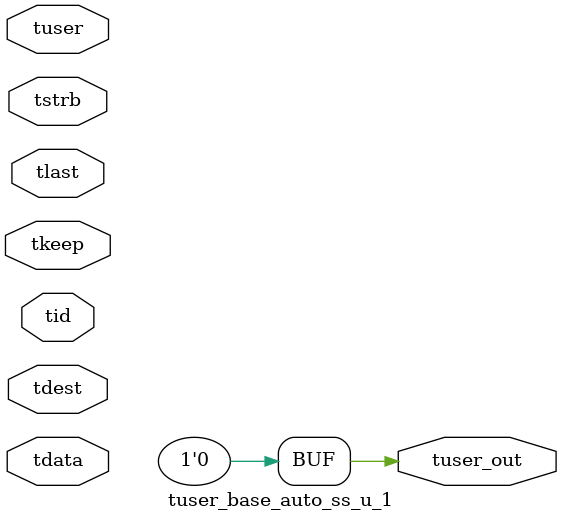
<source format=v>


`timescale 1ps/1ps

module tuser_base_auto_ss_u_1 #
(
parameter C_S_AXIS_TUSER_WIDTH = 1,
parameter C_S_AXIS_TDATA_WIDTH = 32,
parameter C_S_AXIS_TID_WIDTH   = 0,
parameter C_S_AXIS_TDEST_WIDTH = 0,
parameter C_M_AXIS_TUSER_WIDTH = 1
)
(
input  [(C_S_AXIS_TUSER_WIDTH == 0 ? 1 : C_S_AXIS_TUSER_WIDTH)-1:0     ] tuser,
input  [(C_S_AXIS_TDATA_WIDTH == 0 ? 1 : C_S_AXIS_TDATA_WIDTH)-1:0     ] tdata,
input  [(C_S_AXIS_TID_WIDTH   == 0 ? 1 : C_S_AXIS_TID_WIDTH)-1:0       ] tid,
input  [(C_S_AXIS_TDEST_WIDTH == 0 ? 1 : C_S_AXIS_TDEST_WIDTH)-1:0     ] tdest,
input  [(C_S_AXIS_TDATA_WIDTH/8)-1:0 ] tkeep,
input  [(C_S_AXIS_TDATA_WIDTH/8)-1:0 ] tstrb,
input                                                                    tlast,
output [C_M_AXIS_TUSER_WIDTH-1:0] tuser_out
);

assign tuser_out = {1'b0};

endmodule


</source>
